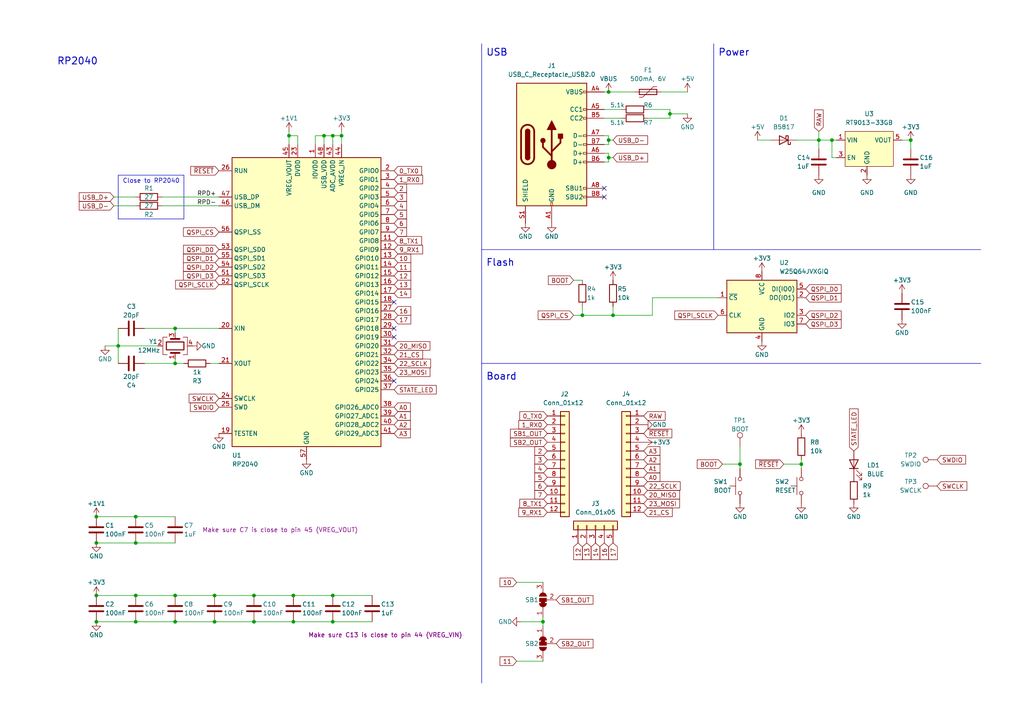
<source format=kicad_sch>
(kicad_sch (version 20230121) (generator eeschema)
  (paper "A4")
  (title_block (title "RP Micro") (date "2022-12-07") (rev "1.1") (comment 1 "MIT License (Open source hardware)") (comment 2 "https://github.com/ziteh/rp-micro"))
  (lib_symbols
    (symbol "Connector:TestPoint" (pin_numbers hide) (pin_names (offset 0.762) hide)
      (property "Reference" "TP" (at 0 6.858 0))
      (property "Value" "TestPoint" (at 0 5.08 0))
      (symbol "TestPoint_1_1"
        (pin passive line (at 0 0 90) (length 2.54) (name "1") (number "1"))
      )
    )
    (symbol "Connector:USB_C_Receptacle_USB2.0" (pin_names (offset 1.016))
      (property "Reference" "J" (at -10.16 19.05 0))
      (property "Value" "USB_C_Receptacle_USB2.0" (at 19.05 19.05 0))
      (symbol "USB_C_Receptacle_USB2.0_1_1"
        (pin passive line (at 0 -22.86 90) (length 5.08) (name "GND") (number "A1"))
        (pin passive line (at 0 -22.86 90) (length 5.08) hide (name "GND") (number "A12"))
        (pin passive line (at 15.24 15.24 180) (length 5.08) (name "VBUS") (number "A4"))
        (pin bidirectional line (at 15.24 10.16 180) (length 5.08) (name "CC1") (number "A5"))
        (pin bidirectional line (at 15.24 -2.54 180) (length 5.08) (name "D+") (number "A6"))
        (pin bidirectional line (at 15.24 2.54 180) (length 5.08) (name "D-") (number "A7"))
        (pin bidirectional line (at 15.24 -12.7 180) (length 5.08) (name "SBU1") (number "A8"))
        (pin passive line (at 15.24 15.24 180) (length 5.08) hide (name "VBUS") (number "A9"))
        (pin passive line (at 0 -22.86 90) (length 5.08) hide (name "GND") (number "B1"))
        (pin passive line (at 0 -22.86 90) (length 5.08) hide (name "GND") (number "B12"))
        (pin passive line (at 15.24 15.24 180) (length 5.08) hide (name "VBUS") (number "B4"))
        (pin bidirectional line (at 15.24 7.62 180) (length 5.08) (name "CC2") (number "B5"))
        (pin bidirectional line (at 15.24 -5.08 180) (length 5.08) (name "D+") (number "B6"))
        (pin bidirectional line (at 15.24 0 180) (length 5.08) (name "D-") (number "B7"))
        (pin bidirectional line (at 15.24 -15.24 180) (length 5.08) (name "SBU2") (number "B8"))
        (pin passive line (at 15.24 15.24 180) (length 5.08) hide (name "VBUS") (number "B9"))
        (pin passive line (at -7.62 -22.86 90) (length 5.08) (name "SHIELD") (number "S1"))
      )
    )
    (symbol "Connector_Generic:Conn_01x05" (pin_names (offset 1.016) hide)
      (property "Reference" "J" (at 0 7.62 0))
      (property "Value" "Conn_01x05" (at 0 -7.62 0))
      (symbol "Conn_01x05_1_1"
        (pin passive line (at -5.08 5.08 0) (length 3.81) (name "Pin_1") (number "1"))
        (pin passive line (at -5.08 2.54 0) (length 3.81) (name "Pin_2") (number "2"))
        (pin passive line (at -5.08 0 0) (length 3.81) (name "Pin_3") (number "3"))
        (pin passive line (at -5.08 -2.54 0) (length 3.81) (name "Pin_4") (number "4"))
        (pin passive line (at -5.08 -5.08 0) (length 3.81) (name "Pin_5") (number "5"))
      )
    )
    (symbol "Connector_Generic:Conn_01x12" (pin_names (offset 1.016) hide)
      (property "Reference" "J" (at 0 15.24 0))
      (property "Value" "Conn_01x12" (at 0 -17.78 0))
      (symbol "Conn_01x12_1_1"
        (pin passive line (at -5.08 12.7 0) (length 3.81) (name "Pin_1") (number "1"))
        (pin passive line (at -5.08 -10.16 0) (length 3.81) (name "Pin_10") (number "10"))
        (pin passive line (at -5.08 -12.7 0) (length 3.81) (name "Pin_11") (number "11"))
        (pin passive line (at -5.08 -15.24 0) (length 3.81) (name "Pin_12") (number "12"))
        (pin passive line (at -5.08 10.16 0) (length 3.81) (name "Pin_2") (number "2"))
        (pin passive line (at -5.08 7.62 0) (length 3.81) (name "Pin_3") (number "3"))
        (pin passive line (at -5.08 5.08 0) (length 3.81) (name "Pin_4") (number "4"))
        (pin passive line (at -5.08 2.54 0) (length 3.81) (name "Pin_5") (number "5"))
        (pin passive line (at -5.08 0 0) (length 3.81) (name "Pin_6") (number "6"))
        (pin passive line (at -5.08 -2.54 0) (length 3.81) (name "Pin_7") (number "7"))
        (pin passive line (at -5.08 -5.08 0) (length 3.81) (name "Pin_8") (number "8"))
        (pin passive line (at -5.08 -7.62 0) (length 3.81) (name "Pin_9") (number "9"))
      )
    )
    (symbol "Device:C" (pin_numbers hide) (pin_names (offset 0.254))
      (property "Reference" "C" (at 0.635 2.54 0))
      (property "Value" "C" (at 0.635 -2.54 0))
      (symbol "C_1_1"
        (pin passive line (at 0 3.81 270) (length 2.794) (name "~") (number "1"))
        (pin passive line (at 0 -3.81 90) (length 2.794) (name "~") (number "2"))
      )
    )
    (symbol "Device:Crystal_GND24" (pin_names (offset 1.016) hide)
      (property "Reference" "Y" (at 3.175 5.08 0))
      (property "Value" "Crystal_GND24" (at 3.175 3.175 0))
      (symbol "Crystal_GND24_1_1"
        (pin passive line (at -3.81 0 0) (length 1.27) (name "1") (number "1"))
        (pin passive line (at 0 5.08 270) (length 1.27) (name "2") (number "2"))
        (pin passive line (at 3.81 0 180) (length 1.27) (name "3") (number "3"))
        (pin passive line (at 0 -5.08 90) (length 1.27) (name "4") (number "4"))
      )
    )
    (symbol "Device:LED" (pin_numbers hide) (pin_names (offset 1.016) hide)
      (property "Reference" "D" (at 0 2.54 0))
      (property "Value" "LED" (at 0 -2.54 0))
      (symbol "LED_1_1"
        (pin passive line (at -3.81 0 0) (length 2.54) (name "K") (number "1"))
        (pin passive line (at 3.81 0 180) (length 2.54) (name "A") (number "2"))
      )
    )
    (symbol "Device:Polyfuse" (pin_numbers hide) (pin_names (offset 0))
      (property "Reference" "F" (at -2.54 0 90))
      (property "Value" "Polyfuse" (at 2.54 0 90))
      (symbol "Polyfuse_1_1"
        (pin passive line (at 0 3.81 270) (length 1.27) (name "~") (number "1"))
        (pin passive line (at 0 -3.81 90) (length 1.27) (name "~") (number "2"))
      )
    )
    (symbol "Device:R" (pin_numbers hide) (pin_names (offset 0))
      (property "Reference" "R" (at 2.032 0 90))
      (property "Value" "R" (at 0 0 90))
      (symbol "R_1_1"
        (pin passive line (at 0 3.81 270) (length 1.27) (name "~") (number "1"))
        (pin passive line (at 0 -3.81 90) (length 1.27) (name "~") (number "2"))
      )
    )
    (symbol "Diode:1N5819" (pin_numbers hide) (pin_names (offset 1.016) hide)
      (property "Reference" "D" (at 0 2.54 0))
      (property "Value" "1N5819" (at 0 -2.54 0))
      (symbol "1N5819_1_1"
        (pin passive line (at -3.81 0 0) (length 2.54) (name "K") (number "1"))
        (pin passive line (at 3.81 0 180) (length 2.54) (name "A") (number "2"))
      )
    )
    (symbol "Jumper:SolderJumper_3_Bridged12" (pin_names (offset 0) hide)
      (property "Reference" "JP" (at -2.54 -2.54 0))
      (property "Value" "SolderJumper_3_Bridged12" (at 0 2.794 0))
      (symbol "SolderJumper_3_Bridged12_1_1"
        (pin passive line (at -5.08 0 0) (length 2.54) (name "A") (number "1"))
        (pin passive line (at 0 -3.81 90) (length 2.54) (name "C") (number "2"))
        (pin passive line (at 5.08 0 180) (length 2.54) (name "B") (number "3"))
      )
    )
    (symbol "MCU_RaspberryPi:RP2040"
      (property "Reference" "U" (at 17.78 45.72 0))
      (property "Value" "RP2040" (at 17.78 43.18 0))
      (symbol "RP2040_1_1"
        (pin power_in line (at 2.54 45.72 270) (length 3.81) (name "IOVDD") (number "1"))
        (pin passive line (at 2.54 45.72 270) (length 3.81) hide (name "IOVDD") (number "10"))
        (pin bidirectional line (at 25.4 17.78 180) (length 3.81) (name "GPIO8") (number "11"))
        (pin bidirectional line (at 25.4 15.24 180) (length 3.81) (name "GPIO9") (number "12"))
        (pin bidirectional line (at 25.4 12.7 180) (length 3.81) (name "GPIO10") (number "13"))
        (pin bidirectional line (at 25.4 10.16 180) (length 3.81) (name "GPIO11") (number "14"))
        (pin bidirectional line (at 25.4 7.62 180) (length 3.81) (name "GPIO12") (number "15"))
        (pin bidirectional line (at 25.4 5.08 180) (length 3.81) (name "GPIO13") (number "16"))
        (pin bidirectional line (at 25.4 2.54 180) (length 3.81) (name "GPIO14") (number "17"))
        (pin bidirectional line (at 25.4 0 180) (length 3.81) (name "GPIO15") (number "18"))
        (pin input line (at -25.4 -38.1 0) (length 3.81) (name "TESTEN") (number "19"))
        (pin bidirectional line (at 25.4 38.1 180) (length 3.81) (name "GPIO0") (number "2"))
        (pin input line (at -25.4 -7.62 0) (length 3.81) (name "XIN") (number "20"))
        (pin passive line (at -25.4 -17.78 0) (length 3.81) (name "XOUT") (number "21"))
        (pin passive line (at 2.54 45.72 270) (length 3.81) hide (name "IOVDD") (number "22"))
        (pin power_in line (at -2.54 45.72 270) (length 3.81) (name "DVDD") (number "23"))
        (pin output line (at -25.4 -27.94 0) (length 3.81) (name "SWCLK") (number "24"))
        (pin bidirectional line (at -25.4 -30.48 0) (length 3.81) (name "SWD") (number "25"))
        (pin input line (at -25.4 38.1 0) (length 3.81) (name "RUN") (number "26"))
        (pin bidirectional line (at 25.4 -2.54 180) (length 3.81) (name "GPIO16") (number "27"))
        (pin bidirectional line (at 25.4 -5.08 180) (length 3.81) (name "GPIO17") (number "28"))
        (pin bidirectional line (at 25.4 -7.62 180) (length 3.81) (name "GPIO18") (number "29"))
        (pin bidirectional line (at 25.4 35.56 180) (length 3.81) (name "GPIO1") (number "3"))
        (pin bidirectional line (at 25.4 -10.16 180) (length 3.81) (name "GPIO19") (number "30"))
        (pin bidirectional line (at 25.4 -12.7 180) (length 3.81) (name "GPIO20") (number "31"))
        (pin bidirectional line (at 25.4 -15.24 180) (length 3.81) (name "GPIO21") (number "32"))
        (pin passive line (at 2.54 45.72 270) (length 3.81) hide (name "IOVDD") (number "33"))
        (pin bidirectional line (at 25.4 -17.78 180) (length 3.81) (name "GPIO22") (number "34"))
        (pin bidirectional line (at 25.4 -20.32 180) (length 3.81) (name "GPIO23") (number "35"))
        (pin bidirectional line (at 25.4 -22.86 180) (length 3.81) (name "GPIO24") (number "36"))
        (pin bidirectional line (at 25.4 -25.4 180) (length 3.81) (name "GPIO25") (number "37"))
        (pin bidirectional line (at 25.4 -30.48 180) (length 3.81) (name "GPIO26_ADC0") (number "38"))
        (pin bidirectional line (at 25.4 -33.02 180) (length 3.81) (name "GPIO27_ADC1") (number "39"))
        (pin bidirectional line (at 25.4 33.02 180) (length 3.81) (name "GPIO2") (number "4"))
        (pin bidirectional line (at 25.4 -35.56 180) (length 3.81) (name "GPIO28_ADC2") (number "40"))
        (pin bidirectional line (at 25.4 -38.1 180) (length 3.81) (name "GPIO29_ADC3") (number "41"))
        (pin passive line (at 2.54 45.72 270) (length 3.81) hide (name "IOVDD") (number "42"))
        (pin power_in line (at 7.62 45.72 270) (length 3.81) (name "ADC_AVDD") (number "43"))
        (pin power_in line (at 10.16 45.72 270) (length 3.81) (name "VREG_IN") (number "44"))
        (pin power_out line (at -5.08 45.72 270) (length 3.81) (name "VREG_VOUT") (number "45"))
        (pin bidirectional line (at -25.4 27.94 0) (length 3.81) (name "USB_DM") (number "46"))
        (pin bidirectional line (at -25.4 30.48 0) (length 3.81) (name "USB_DP") (number "47"))
        (pin power_in line (at 5.08 45.72 270) (length 3.81) (name "USB_VDD") (number "48"))
        (pin passive line (at 2.54 45.72 270) (length 3.81) hide (name "IOVDD") (number "49"))
        (pin bidirectional line (at 25.4 30.48 180) (length 3.81) (name "GPIO3") (number "5"))
        (pin passive line (at -2.54 45.72 270) (length 3.81) hide (name "DVDD") (number "50"))
        (pin bidirectional line (at -25.4 7.62 0) (length 3.81) (name "QSPI_SD3") (number "51"))
        (pin output line (at -25.4 5.08 0) (length 3.81) (name "QSPI_SCLK") (number "52"))
        (pin bidirectional line (at -25.4 15.24 0) (length 3.81) (name "QSPI_SD0") (number "53"))
        (pin bidirectional line (at -25.4 10.16 0) (length 3.81) (name "QSPI_SD2") (number "54"))
        (pin bidirectional line (at -25.4 12.7 0) (length 3.81) (name "QSPI_SD1") (number "55"))
        (pin bidirectional line (at -25.4 20.32 0) (length 3.81) (name "QSPI_SS") (number "56"))
        (pin power_in line (at 0 -45.72 90) (length 3.81) (name "GND") (number "57"))
        (pin bidirectional line (at 25.4 27.94 180) (length 3.81) (name "GPIO4") (number "6"))
        (pin bidirectional line (at 25.4 25.4 180) (length 3.81) (name "GPIO5") (number "7"))
        (pin bidirectional line (at 25.4 22.86 180) (length 3.81) (name "GPIO6") (number "8"))
        (pin bidirectional line (at 25.4 20.32 180) (length 3.81) (name "GPIO7") (number "9"))
      )
    )
    (symbol "SW_Push_1" (pin_numbers hide) (pin_names (offset 1.016) hide)
      (property "Reference" "SW1" (at -7.62 1.27 90))
      (property "Value" "BOOT" (at -7.62 -1.27 90))
      (symbol "SW_Push_1_0_1"
        (pin passive line (at -5.08 0 0) (length 2.54) (name "1") (number "1"))
        (pin passive line (at 5.08 0 180) (length 2.54) (name "2") (number "2"))
      )
    )
    (symbol "Switch:SW_Push" (pin_numbers hide) (pin_names (offset 1.016) hide)
      (property "Reference" "SW2" (at -8.89 1.27 90))
      (property "Value" "RESET" (at -8.89 -1.27 90))
      (symbol "SW_Push_0_1"
        (pin passive line (at -5.08 0 0) (length 2.54) (name "1") (number "1"))
        (pin passive line (at 5.08 0 180) (length 2.54) (name "2") (number "2"))
      )
    )
    (symbol "power:+1V1" (power) (pin_names (offset 0))
      (property "Value" "+1V1" (at 0 3.556 0))
      (symbol "+1V1_1_1"
        (pin power_in line (at 0 0 90) (length 0) hide (name "+1V1") (number "1"))
      )
    )
    (symbol "power:+3V3" (power) (pin_names (offset 0))
      (property "Value" "+3V3" (at 0 3.556 0))
      (symbol "+3V3_1_1"
        (pin power_in line (at 0 0 90) (length 0) hide (name "+3V3") (number "1"))
      )
    )
    (symbol "power:+5V" (power) (pin_names (offset 0))
      (property "Value" "+5V" (at 0 3.556 0))
      (symbol "+5V_1_1"
        (pin power_in line (at 0 0 90) (length 0) hide (name "+5V") (number "1"))
      )
    )
    (symbol "power:GND" (power) (pin_names (offset 0))
      (property "Value" "GND" (at 0 -3.81 0))
      (symbol "GND_1_1"
        (pin power_in line (at 0 0 270) (length 0) hide (name "GND") (number "1"))
      )
    )
    (symbol "power:VBUS" (power) (pin_names (offset 0))
      (property "Value" "VBUS" (at 0 3.81 0))
      (symbol "VBUS_1_1"
        (pin power_in line (at 0 0 90) (length 0) hide (name "VBUS") (number "1"))
      )
    )
    (symbol "rp-micro:RT9013-33GB"
      (property "Reference" "U?" (at 0 8.89 0))
      (property "Value" "RT9013-33GB" (at 0 6.35 0))
      (symbol "RT9013-33GB_0_0"
        (pin no_connect non_logic (at 10.16 -2.54 180) (length 2.54) hide (name "NC") (number "4"))
      )
      (symbol "RT9013-33GB_1_1"
        (pin power_in line (at -8.89 2.54 0) (length 2.54) (name "VIN") (number "1"))
        (pin power_in line (at 0 -7.62 90) (length 2.54) (name "GND") (number "2"))
        (pin input line (at -8.89 -2.54 0) (length 2.54) (name "EN") (number "3"))
        (pin power_out line (at 10.16 2.54 180) (length 2.54) (name "VOUT") (number "5"))
      )
    )
    (symbol "rp-micro:W25Q64JVXGIQ"
      (property "Reference" "U" (at 5.08 12.7 0))
      (property "Value" "W25Q64JVXGIQ" (at 11.43 10.16 0))
      (symbol "W25Q64JVXGIQ_0_0"
        (pin no_connect non_logic (at 2.54 -10.16 90) (length 2.54) hide (name "NC") (number "9"))
      )
      (symbol "W25Q64JVXGIQ_1_1"
        (pin input line (at -12.7 2.54 0) (length 2.54) (name "~{CS}") (number "1"))
        (pin bidirectional line (at 12.7 2.54 180) (length 2.54) (name "DO(IO1)") (number "2"))
        (pin bidirectional line (at 12.7 -2.54 180) (length 2.54) (name "IO2") (number "3"))
        (pin power_in line (at 0 -10.16 90) (length 2.54) (name "GND") (number "4"))
        (pin bidirectional line (at 12.7 5.08 180) (length 2.54) (name "DI(IO0)") (number "5"))
        (pin input line (at -12.7 -2.54 0) (length 2.54) (name "CLK") (number "6"))
        (pin bidirectional line (at 12.7 -5.08 180) (length 2.54) (name "IO3") (number "7"))
        (pin power_in line (at 0 10.16 270) (length 2.54) (name "VCC") (number "8"))
      )
    )
  )
  (junction (at 62.23 172.72))
  (junction (at 176.53 45.72))
  (junction (at 50.8 105.41))
  (junction (at 62.23 180.34))
  (junction (at 27.94 149.86))
  (junction (at 241.3 40.64))
  (junction (at 237.49 40.64))
  (junction (at 73.66 172.72))
  (junction (at 264.16 40.64))
  (junction (at 85.09 172.72))
  (junction (at 39.37 172.72))
  (junction (at 214.63 134.62))
  (junction (at 93.98 39.37))
  (junction (at 50.8 172.72))
  (junction (at 73.66 180.34))
  (junction (at 177.8 91.44))
  (junction (at 96.52 180.34))
  (junction (at 194.31 33.02))
  (junction (at 176.53 26.67))
  (junction (at 50.8 95.25))
  (junction (at 96.52 39.37))
  (junction (at 50.8 180.34))
  (junction (at 176.53 40.64))
  (junction (at 34.29 100.33))
  (junction (at 27.94 157.48))
  (junction (at 27.94 172.72))
  (junction (at 157.48 180.34))
  (junction (at 39.37 149.86))
  (junction (at 39.37 157.48))
  (junction (at 83.82 39.37))
  (junction (at 96.52 172.72))
  (junction (at 27.94 180.34))
  (junction (at 232.41 134.62))
  (junction (at 99.06 39.37))
  (junction (at 85.09 180.34))
  (junction (at 39.37 180.34))
  (junction (at 168.91 91.44))
  (no_connect (at 114.3 97.79))
  (no_connect (at 114.3 110.49))
  (no_connect (at 114.3 95.25))
  (no_connect (at 114.3 87.63))
  (no_connect (at 175.26 57.15))
  (no_connect (at 175.26 54.61))
  (wire (pts (xy 219.71 40.64) (xy 223.52 40.64)))
  (wire (pts (xy 176.53 39.37) (xy 176.53 40.64)))
  (wire (pts (xy 50.8 172.72) (xy 62.23 172.72)))
  (wire (pts (xy 194.31 33.02) (xy 199.39 33.02)))
  (wire (pts (xy 39.37 172.72) (xy 50.8 172.72)))
  (wire (pts (xy 96.52 172.72) (xy 107.95 172.72)))
  (polyline (pts (xy 139.7 105.41) (xy 284.48 105.41)))
  (wire (pts (xy 27.94 149.86) (xy 39.37 149.86)))
  (wire (pts (xy 264.16 40.64) (xy 264.16 43.18)))
  (polyline (pts (xy 34.29 63.5) (xy 53.34 63.5)))
  (wire (pts (xy 168.91 88.9) (xy 168.91 91.44)))
  (wire (pts (xy 27.94 157.48) (xy 39.37 157.48)))
  (wire (pts (xy 189.23 91.44) (xy 189.23 86.36)))
  (wire (pts (xy 34.29 100.33) (xy 34.29 105.41)))
  (wire (pts (xy 91.44 39.37) (xy 91.44 41.91)))
  (wire (pts (xy 194.31 31.75) (xy 187.96 31.75)))
  (wire (pts (xy 241.3 40.64) (xy 242.57 40.64)))
  (wire (pts (xy 96.52 180.34) (xy 107.95 180.34)))
  (wire (pts (xy 83.82 39.37) (xy 83.82 41.91)))
  (wire (pts (xy 62.23 180.34) (xy 73.66 180.34)))
  (wire (pts (xy 176.53 40.64) (xy 177.8 40.64)))
  (wire (pts (xy 99.06 38.1) (xy 99.06 39.37)))
  (wire (pts (xy 39.37 157.48) (xy 50.8 157.48)))
  (wire (pts (xy 46.99 57.15) (xy 63.5 57.15)))
  (wire (pts (xy 176.53 26.67) (xy 175.26 26.67)))
  (wire (pts (xy 85.09 172.72) (xy 96.52 172.72)))
  (wire (pts (xy 149.86 191.77) (xy 157.48 191.77)))
  (wire (pts (xy 237.49 40.64) (xy 241.3 40.64)))
  (wire (pts (xy 176.53 45.72) (xy 177.8 45.72)))
  (polyline (pts (xy 139.7 72.39) (xy 284.48 72.39)))
  (wire (pts (xy 157.48 179.07) (xy 157.48 180.34)))
  (wire (pts (xy 194.31 33.02) (xy 194.31 34.29)))
  (wire (pts (xy 73.66 180.34) (xy 85.09 180.34)))
  (wire (pts (xy 91.44 39.37) (xy 93.98 39.37)))
  (wire (pts (xy 99.06 39.37) (xy 96.52 39.37)))
  (wire (pts (xy 27.94 172.72) (xy 39.37 172.72)))
  (wire (pts (xy 50.8 105.41) (xy 53.34 105.41)))
  (wire (pts (xy 34.29 100.33) (xy 45.72 100.33)))
  (wire (pts (xy 41.91 105.41) (xy 50.8 105.41)))
  (wire (pts (xy 168.91 91.44) (xy 177.8 91.44)))
  (wire (pts (xy 176.53 44.45) (xy 176.53 45.72)))
  (wire (pts (xy 261.62 40.64) (xy 264.16 40.64)))
  (wire (pts (xy 93.98 39.37) (xy 96.52 39.37)))
  (wire (pts (xy 151.13 180.34) (xy 157.48 180.34)))
  (wire (pts (xy 50.8 104.14) (xy 50.8 105.41)))
  (wire (pts (xy 232.41 134.62) (xy 232.41 133.35)))
  (wire (pts (xy 166.37 81.28) (xy 168.91 81.28)))
  (wire (pts (xy 50.8 180.34) (xy 62.23 180.34)))
  (wire (pts (xy 39.37 149.86) (xy 50.8 149.86)))
  (wire (pts (xy 232.41 135.89) (xy 232.41 134.62)))
  (wire (pts (xy 27.94 180.34) (xy 39.37 180.34)))
  (wire (pts (xy 73.66 172.72) (xy 85.09 172.72)))
  (wire (pts (xy 96.52 39.37) (xy 96.52 41.91)))
  (wire (pts (xy 149.86 168.91) (xy 157.48 168.91)))
  (wire (pts (xy 237.49 40.64) (xy 237.49 43.18)))
  (wire (pts (xy 33.02 59.69) (xy 39.37 59.69)))
  (wire (pts (xy 157.48 181.61) (xy 157.48 180.34)))
  (wire (pts (xy 189.23 86.36) (xy 208.28 86.36)))
  (wire (pts (xy 60.96 105.41) (xy 63.5 105.41)))
  (wire (pts (xy 209.55 134.62) (xy 214.63 134.62)))
  (wire (pts (xy 175.26 44.45) (xy 176.53 44.45)))
  (wire (pts (xy 175.26 34.29) (xy 180.34 34.29)))
  (wire (pts (xy 194.31 31.75) (xy 194.31 33.02)))
  (wire (pts (xy 227.33 134.62) (xy 232.41 134.62)))
  (wire (pts (xy 176.53 40.64) (xy 176.53 41.91)))
  (wire (pts (xy 39.37 180.34) (xy 50.8 180.34)))
  (wire (pts (xy 99.06 41.91) (xy 99.06 39.37)))
  (wire (pts (xy 30.48 100.33) (xy 34.29 100.33)))
  (wire (pts (xy 231.14 40.64) (xy 237.49 40.64)))
  (wire (pts (xy 86.36 39.37) (xy 86.36 41.91)))
  (wire (pts (xy 83.82 38.1) (xy 83.82 39.37)))
  (wire (pts (xy 180.34 31.75) (xy 175.26 31.75)))
  (wire (pts (xy 83.82 39.37) (xy 86.36 39.37)))
  (wire (pts (xy 166.37 91.44) (xy 168.91 91.44)))
  (wire (pts (xy 50.8 95.25) (xy 63.5 95.25)))
  (wire (pts (xy 85.09 180.34) (xy 96.52 180.34)))
  (wire (pts (xy 46.99 59.69) (xy 63.5 59.69)))
  (wire (pts (xy 34.29 95.25) (xy 34.29 100.33)))
  (polyline (pts (xy 34.29 50.8) (xy 34.29 63.5)))
  (wire (pts (xy 177.8 88.9) (xy 177.8 91.44)))
  (wire (pts (xy 176.53 41.91) (xy 175.26 41.91)))
  (wire (pts (xy 199.39 26.67) (xy 191.77 26.67)))
  (wire (pts (xy 184.15 26.67) (xy 176.53 26.67)))
  (wire (pts (xy 176.53 45.72) (xy 176.53 46.99)))
  (wire (pts (xy 175.26 46.99) (xy 176.53 46.99)))
  (wire (pts (xy 175.26 39.37) (xy 176.53 39.37)))
  (wire (pts (xy 62.23 172.72) (xy 73.66 172.72)))
  (polyline (pts (xy 53.34 50.8) (xy 34.29 50.8)))
  (wire (pts (xy 33.02 57.15) (xy 39.37 57.15)))
  (wire (pts (xy 177.8 91.44) (xy 189.23 91.44)))
  (wire (pts (xy 214.63 134.62) (xy 214.63 135.89)))
  (polyline (pts (xy 207.01 12.7) (xy 207.01 72.39)))
  (wire (pts (xy 237.49 38.1) (xy 237.49 40.64)))
  (wire (pts (xy 241.3 45.72) (xy 241.3 40.64)))
  (wire (pts (xy 242.57 45.72) (xy 241.3 45.72)))
  (wire (pts (xy 50.8 95.25) (xy 50.8 96.52)))
  (wire (pts (xy 194.31 34.29) (xy 187.96 34.29)))
  (polyline (pts (xy 53.34 63.5) (xy 53.34 50.8)))
  (polyline (pts (xy 139.7 12.7) (xy 139.7 198.12)))
  (wire (pts (xy 41.91 95.25) (xy 50.8 95.25)))
  (wire (pts (xy 214.63 129.54) (xy 214.63 134.62)))
  (wire (pts (xy 93.98 39.37) (xy 93.98 41.91)))
  (text "Flash" (at 140.97 77.47 0) (effects (font (size 2 2) (thickness 0.254) bold) (justify left bottom)))
  (text "Close to RP2040" (at 35.56 53.34 0) (effects (font (size 1.27 1.27)) (justify left bottom)))
  (text "Power" (at 208.28 16.51 0) (effects (font (size 2 2) (thickness 0.254) bold) (justify left bottom)))
  (text "RP2040" (at 16.51 19.05 0) (effects (font (size 2 2) (thickness 0.254) bold) (justify left bottom)))
  (text "USB" (at 140.97 16.51 0) (effects (font (size 2 2) (thickness 0.254) bold) (justify left bottom)))
  (text "Board" (at 140.97 110.49 0) (effects (font (size 2 2) (thickness 0.254) bold) (justify left bottom)))
  (label "RPD-" (at 57.15 59.69 0))
  (label "RPD+" (at 57.15 57.15 0))
  (global_label "QSPI_D2" (shape input) (at 233.68 91.44 0) (property "Intersheetrefs" "${INTERSHEET_REFS}" (effects hide)))
  (global_label "QSPI_D3" (shape input) (at 63.5 80.01 180) (property "Intersheetrefs" "${INTERSHEET_REFS}" (effects hide)))
  (global_label "9_RX1" (shape input) (at 114.3 72.39 0) (property "Intersheetrefs" "${INTERSHEET_REFS}" (effects hide)))
  (global_label "1_RX0" (shape input) (at 158.75 123.19 180) (property "Intersheetrefs" "${INTERSHEET_REFS}" (effects hide)))
  (global_label "1_RX0" (shape input) (at 114.3 52.07 0) (property "Intersheetrefs" "${INTERSHEET_REFS}" (effects hide)))
  (global_label "13" (shape input) (at 114.3 82.55 0) (property "Intersheetrefs" "${INTERSHEET_REFS}" (effects hide)))
  (global_label "20_MISO" (shape input) (at 114.3 100.33 0) (property "Intersheetrefs" "${INTERSHEET_REFS}" (effects hide)))
  (global_label "QSPI_D1" (shape input) (at 233.68 86.36 0) (property "Intersheetrefs" "${INTERSHEET_REFS}" (effects hide)))
  (global_label "A3" (shape input) (at 186.69 130.81 0) (property "Intersheetrefs" "${INTERSHEET_REFS}" (effects hide)))
  (global_label "2" (shape input) (at 158.75 130.81 180) (property "Intersheetrefs" "${INTERSHEET_REFS}" (effects hide)))
  (global_label "21_CS" (shape input) (at 186.69 148.59 0) (property "Intersheetrefs" "${INTERSHEET_REFS}" (effects hide)))
  (global_label "4" (shape input) (at 114.3 59.69 0) (property "Intersheetrefs" "${INTERSHEET_REFS}" (effects hide)))
  (global_label "21_CS" (shape input) (at 114.3 102.87 0) (property "Intersheetrefs" "${INTERSHEET_REFS}" (effects hide)))
  (global_label "QSPI_D2" (shape input) (at 63.5 77.47 180) (property "Intersheetrefs" "${INTERSHEET_REFS}" (effects hide)))
  (global_label "SB2_OUT" (shape input) (at 158.75 128.27 180) (property "Intersheetrefs" "${INTERSHEET_REFS}" (effects hide)))
  (global_label "A2" (shape input) (at 186.69 133.35 0) (property "Intersheetrefs" "${INTERSHEET_REFS}" (effects hide)))
  (global_label "3" (shape input) (at 158.75 133.35 180) (property "Intersheetrefs" "${INTERSHEET_REFS}" (effects hide)))
  (global_label "14" (shape input) (at 172.72 157.48 270) (property "Intersheetrefs" "${INTERSHEET_REFS}" (effects hide)))
  (global_label "~{RESET}" (shape input) (at 227.33 134.62 180) (property "Intersheetrefs" "${INTERSHEET_REFS}" (effects hide)))
  (global_label "8_TX1" (shape input) (at 158.75 146.05 180) (property "Intersheetrefs" "${INTERSHEET_REFS}" (effects hide)))
  (global_label "10" (shape input) (at 114.3 74.93 0) (property "Intersheetrefs" "${INTERSHEET_REFS}" (effects hide)))
  (global_label "0_TX0" (shape input) (at 114.3 49.53 0) (property "Intersheetrefs" "${INTERSHEET_REFS}" (effects hide)))
  (global_label "14" (shape input) (at 114.3 85.09 0) (property "Intersheetrefs" "${INTERSHEET_REFS}" (effects hide)))
  (global_label "23_MOSI" (shape input) (at 114.3 107.95 0) (property "Intersheetrefs" "${INTERSHEET_REFS}" (effects hide)))
  (global_label "22_SCLK" (shape input) (at 114.3 105.41 0) (property "Intersheetrefs" "${INTERSHEET_REFS}" (effects hide)))
  (global_label "SB1_OUT" (shape input) (at 161.29 173.99 0) (property "Intersheetrefs" "${INTERSHEET_REFS}" (effects hide)))
  (global_label "7" (shape input) (at 114.3 67.31 0) (property "Intersheetrefs" "${INTERSHEET_REFS}" (effects hide)))
  (global_label "3" (shape input) (at 114.3 57.15 0) (property "Intersheetrefs" "${INTERSHEET_REFS}" (effects hide)))
  (global_label "SWCLK" (shape input) (at 63.5 115.57 180) (property "Intersheetrefs" "${INTERSHEET_REFS}" (effects hide)))
  (global_label "12" (shape input) (at 114.3 80.01 0) (property "Intersheetrefs" "${INTERSHEET_REFS}" (effects hide)))
  (global_label "7" (shape input) (at 158.75 143.51 180) (property "Intersheetrefs" "${INTERSHEET_REFS}" (effects hide)))
  (global_label "17" (shape input) (at 114.3 92.71 0) (property "Intersheetrefs" "${INTERSHEET_REFS}" (effects hide)))
  (global_label "USB_D+" (shape input) (at 33.02 57.15 180) (property "Intersheetrefs" "${INTERSHEET_REFS}" (effects hide)))
  (global_label "QSPI_CS" (shape input) (at 63.5 67.31 180) (property "Intersheetrefs" "${INTERSHEET_REFS}" (effects hide)))
  (global_label "16" (shape input) (at 114.3 90.17 0) (property "Intersheetrefs" "${INTERSHEET_REFS}" (effects hide)))
  (global_label "5" (shape input) (at 158.75 138.43 180) (property "Intersheetrefs" "${INTERSHEET_REFS}" (effects hide)))
  (global_label "A2" (shape input) (at 114.3 123.19 0) (property "Intersheetrefs" "${INTERSHEET_REFS}" (effects hide)))
  (global_label "QSPI_SCLK" (shape input) (at 63.5 82.55 180) (property "Intersheetrefs" "${INTERSHEET_REFS}" (effects hide)))
  (global_label "17" (shape input) (at 177.8 157.48 270) (property "Intersheetrefs" "${INTERSHEET_REFS}" (effects hide)))
  (global_label "SB1_OUT" (shape input) (at 158.75 125.73 180) (property "Intersheetrefs" "${INTERSHEET_REFS}" (effects hide)))
  (global_label "A0" (shape input) (at 186.69 138.43 0) (property "Intersheetrefs" "${INTERSHEET_REFS}" (effects hide)))
  (global_label "QSPI_D3" (shape input) (at 233.68 93.98 0) (property "Intersheetrefs" "${INTERSHEET_REFS}" (effects hide)))
  (global_label "8_TX1" (shape input) (at 114.3 69.85 0) (property "Intersheetrefs" "${INTERSHEET_REFS}" (effects hide)))
  (global_label "4" (shape input) (at 158.75 135.89 180) (property "Intersheetrefs" "${INTERSHEET_REFS}" (effects hide)))
  (global_label "~{RESET}" (shape input) (at 186.69 125.73 0) (property "Intersheetrefs" "${INTERSHEET_REFS}" (effects hide)))
  (global_label "BOOT" (shape input) (at 209.55 134.62 180) (property "Intersheetrefs" "${INTERSHEET_REFS}" (effects hide)))
  (global_label "16" (shape input) (at 175.26 157.48 270) (property "Intersheetrefs" "${INTERSHEET_REFS}" (effects hide)))
  (global_label "23_MOSI" (shape input) (at 186.69 146.05 0) (property "Intersheetrefs" "${INTERSHEET_REFS}" (effects hide)))
  (global_label "RAW" (shape input) (at 237.49 38.1 90) (property "Intersheetrefs" "${INTERSHEET_REFS}" (effects hide)))
  (global_label "A1" (shape input) (at 114.3 120.65 0) (property "Intersheetrefs" "${INTERSHEET_REFS}" (effects hide)))
  (global_label "20_MISO" (shape input) (at 186.69 143.51 0) (property "Intersheetrefs" "${INTERSHEET_REFS}" (effects hide)))
  (global_label "11" (shape input) (at 114.3 77.47 0) (property "Intersheetrefs" "${INTERSHEET_REFS}" (effects hide)))
  (global_label "12" (shape input) (at 167.64 157.48 270) (property "Intersheetrefs" "${INTERSHEET_REFS}" (effects hide)))
  (global_label "USB_D-" (shape input) (at 177.8 40.64 0) (property "Intersheetrefs" "${INTERSHEET_REFS}" (effects hide)))
  (global_label "A1" (shape input) (at 186.69 135.89 0) (property "Intersheetrefs" "${INTERSHEET_REFS}" (effects hide)))
  (global_label "STATE_LED" (shape input) (at 114.3 113.03 0) (property "Intersheetrefs" "${INTERSHEET_REFS}" (effects hide)))
  (global_label "SWCLK" (shape input) (at 271.78 140.97 0) (property "Intersheetrefs" "${INTERSHEET_REFS}" (effects hide)))
  (global_label "13" (shape input) (at 170.18 157.48 270) (property "Intersheetrefs" "${INTERSHEET_REFS}" (effects hide)))
  (global_label "BOOT" (shape input) (at 166.37 81.28 180) (property "Intersheetrefs" "${INTERSHEET_REFS}" (effects hide)))
  (global_label "QSPI_D1" (shape input) (at 63.5 74.93 180) (property "Intersheetrefs" "${INTERSHEET_REFS}" (effects hide)))
  (global_label "0_TX0" (shape input) (at 158.75 120.65 180) (property "Intersheetrefs" "${INTERSHEET_REFS}" (effects hide)))
  (global_label "QSPI_SCLK" (shape input) (at 208.28 91.44 180) (property "Intersheetrefs" "${INTERSHEET_REFS}" (effects hide)))
  (global_label "9_RX1" (shape input) (at 158.75 148.59 180) (property "Intersheetrefs" "${INTERSHEET_REFS}" (effects hide)))
  (global_label "QSPI_D0" (shape input) (at 233.68 83.82 0) (property "Intersheetrefs" "${INTERSHEET_REFS}" (effects hide)))
  (global_label "22_SCLK" (shape input) (at 186.69 140.97 0) (property "Intersheetrefs" "${INTERSHEET_REFS}" (effects hide)))
  (global_label "USB_D-" (shape input) (at 33.02 59.69 180) (property "Intersheetrefs" "${INTERSHEET_REFS}" (effects hide)))
  (global_label "SWDIO" (shape input) (at 271.78 133.35 0) (property "Intersheetrefs" "${INTERSHEET_REFS}" (effects hide)))
  (global_label "6" (shape input) (at 114.3 64.77 0) (property "Intersheetrefs" "${INTERSHEET_REFS}" (effects hide)))
  (global_label "6" (shape input) (at 158.75 140.97 180) (property "Intersheetrefs" "${INTERSHEET_REFS}" (effects hide)))
  (global_label "SWDIO" (shape input) (at 63.5 118.11 180) (property "Intersheetrefs" "${INTERSHEET_REFS}" (effects hide)))
  (global_label "A3" (shape input) (at 114.3 125.73 0) (property "Intersheetrefs" "${INTERSHEET_REFS}" (effects hide)))
  (global_label "10" (shape input) (at 149.86 168.91 180) (property "Intersheetrefs" "${INTERSHEET_REFS}" (effects hide)))
  (global_label "11" (shape input) (at 149.86 191.77 180) (property "Intersheetrefs" "${INTERSHEET_REFS}" (effects hide)))
  (global_label "USB_D+" (shape input) (at 177.8 45.72 0) (property "Intersheetrefs" "${INTERSHEET_REFS}" (effects hide)))
  (global_label "QSPI_D0" (shape input) (at 63.5 72.39 180) (property "Intersheetrefs" "${INTERSHEET_REFS}" (effects hide)))
  (global_label "QSPI_CS" (shape input) (at 166.37 91.44 180) (property "Intersheetrefs" "${INTERSHEET_REFS}" (effects hide)))
  (global_label "STATE_LED" (shape input) (at 247.65 130.81 90) (property "Intersheetrefs" "${INTERSHEET_REFS}" (effects hide)))
  (global_label "~{RESET}" (shape input) (at 63.5 49.53 180) (property "Intersheetrefs" "${INTERSHEET_REFS}" (effects hide)))
  (global_label "5" (shape input) (at 114.3 62.23 0) (property "Intersheetrefs" "${INTERSHEET_REFS}" (effects hide)))
  (global_label "SB2_OUT" (shape input) (at 161.29 186.69 0) (property "Intersheetrefs" "${INTERSHEET_REFS}" (effects hide)))
  (global_label "RAW" (shape input) (at 186.69 120.65 0) (property "Intersheetrefs" "${INTERSHEET_REFS}" (effects hide)))
  (global_label "2" (shape input) (at 114.3 54.61 0) (property "Intersheetrefs" "${INTERSHEET_REFS}" (effects hide)))
  (global_label "A0" (shape input) (at 114.3 118.11 0) (property "Intersheetrefs" "${INTERSHEET_REFS}" (effects hide)))
  (symbol (lib_id "Device:R") (at 232.41 129.54 0) (unit 1)
    (property "Reference" "R8" (at 234.95 128.2699 0) (effects (justify left)))
    (property "Value" "10k" (at 234.95 130.8099 0) (effects (justify left)))
    (property "Footprint" "Resistor_SMD:R_0402_1005Metric" (effects hide))
    (property "MFR. Part #" "0402WGF1002TCE " (effects hide))
    (property "JLCPCB Part #" "C25744" (effects hide))
  )
  (symbol (lib_id "Device:Polyfuse") (at 187.96 26.67 90) (unit 1)
    (property "Reference" "F1" (at 187.96 20.32 90))
    (property "Value" "500mA, 6V" (at 187.96 22.86 90))
    (property "Footprint" "Fuse:Fuse_0805_2012Metric" (effects hide))
    (property "MFR. Part #" "SMD0805B050TF" (effects hide))
    (property "JLCPCB Part #" "C269104" (effects hide))
  )
  (symbol (lib_id "Connector_Generic:Conn_01x05") (at 172.72 152.4 90) (unit 1) (in_bom no)
    (property "Reference" "J3" (at 172.72 146.05 90))
    (property "Value" "Conn_01x05" (at 172.72 148.59 90))
    (property "Footprint" "Connector_PinHeader_2.54mm:PinHeader_1x05_P2.54mm_Vertical" (effects hide))
  )
  (symbol (lib_id "Device:R") (at 168.91 85.09 0) (mirror y) (unit 1)
    (property "Reference" "R4" (at 170.18 83.82 0) (effects (justify right)))
    (property "Value" "1k" (at 170.18 86.36 0) (effects (justify right)))
    (property "Footprint" "Resistor_SMD:R_0402_1005Metric" (effects hide))
    (property "MFR. Part #" "0402WGF1001TCE " (effects hide))
    (property "JLCPCB Part #" "C11702" (effects hide))
  )
  (symbol (lib_id "Device:C") (at 107.95 176.53 0) (unit 1)
    (property "Reference" "C13" (at 110.49 175.26 0) (effects (justify left)))
    (property "Value" "1uF" (at 110.49 177.8 0) (effects (justify left)))
    (property "Footprint" "Capacitor_SMD:C_0402_1005Metric" (effects hide))
    (property "JLCPCB Part #" "C52923" (effects hide))
    (property "MFR. Part #" "CL05A105KA5NQNC" (effects hide))
    (property "Note" "Make sure ${REFERENCE} is close to pin 44 (VREG_VIN)" (at 111.76 184.15 0))
  )
  (symbol (lib_id "Connector:TestPoint") (at 214.63 129.54 0) (unit 1) (in_bom no)
    (property "Reference" "TP1" (at 214.63 121.92 0))
    (property "Value" "BOOT" (at 214.63 124.46 0))
    (property "Footprint" "TestPoint:TestPoint_Pad_D2.0mm" (effects hide))
  )
  (symbol (lib_id "Device:C") (at 96.52 176.53 0) (unit 1)
    (property "Reference" "C12" (at 99.06 175.26 0) (effects (justify left)))
    (property "Value" "100nF" (at 99.06 177.8 0) (effects (justify left)))
    (property "Footprint" "Capacitor_SMD:C_0402_1005Metric" (effects hide))
    (property "JLCPCB Part #" "C307331" (effects hide))
    (property "MFR. Part #" "CL05B104KB54PNC " (effects hide))
  )
  (symbol (lib_id "power:GND") (at 232.41 146.05 0) (unit 1)
    (property "Reference" "#PWR026" (effects hide))
    (property "Value" "GND" (at 232.41 149.86 0))
  )
  (symbol (lib_id "power:GND") (at 27.94 157.48 0) (unit 1)
    (property "Reference" "#PWR03" (effects hide))
    (property "Value" "GND" (at 27.94 161.29 0))
  )
  (symbol (lib_id "power:+3V3") (at 220.98 78.74 0) (unit 1)
    (property "Reference" "#PWR022" (effects hide))
    (property "Value" "+3V3" (at 220.98 74.93 0))
  )
  (symbol (lib_id "power:GND") (at 160.02 64.77 0) (unit 1)
    (property "Reference" "#PWR013" (effects hide))
    (property "Value" "GND" (at 160.02 68.58 0))
  )
  (symbol (lib_id "power:GND") (at 186.69 123.19 90) (unit 1)
    (property "Reference" "#PWR016" (effects hide))
    (property "Value" "GND" (at 189.23 123.19 90) (effects (justify right)))
  )
  (symbol (lib_id "Device:C") (at 73.66 176.53 0) (unit 1)
    (property "Reference" "C10" (at 76.2 175.26 0) (effects (justify left)))
    (property "Value" "100nF" (at 76.2 177.8 0) (effects (justify left)))
    (property "Footprint" "Capacitor_SMD:C_0402_1005Metric" (effects hide))
    (property "JLCPCB Part #" "C307331" (effects hide))
    (property "MFR. Part #" "CL05B104KB54PNC " (effects hide))
  )
  (symbol (lib_id "Device:C") (at 85.09 176.53 0) (unit 1)
    (property "Reference" "C11" (at 87.63 175.26 0) (effects (justify left)))
    (property "Value" "100nF" (at 87.63 177.8 0) (effects (justify left)))
    (property "Footprint" "Capacitor_SMD:C_0402_1005Metric" (effects hide))
    (property "JLCPCB Part #" "C307331" (effects hide))
    (property "MFR. Part #" "CL05B104KB54PNC " (effects hide))
  )
  (symbol (lib_id "power:VBUS") (at 176.53 26.67 0) (unit 1)
    (property "Reference" "#PWR014" (effects hide))
    (property "Value" "VBUS" (at 176.53 22.86 0))
  )
  (symbol (lib_id "Device:Crystal_GND24") (at 50.8 100.33 90) (unit 1)
    (property "Reference" "Y1" (at 44.45 99.06 90))
    (property "Value" "12MHz" (at 43.18 101.6 90))
    (property "Footprint" "Crystal:Crystal_SMD_3225-4Pin_3.2x2.5mm" (effects hide))
    (property "MFR. Part #" "X322512MSB4SI" (effects hide))
    (property "JLCPCB Part #" "C9002" (effects hide))
  )
  (symbol (lib_id "power:+3V3") (at 27.94 172.72 0) (unit 1)
    (property "Reference" "#PWR04" (effects hide))
    (property "Value" "+3V3" (at 27.94 168.91 0))
  )
  (symbol (lib_id "power:GND") (at 214.63 146.05 0) (unit 1)
    (property "Reference" "#PWR020" (effects hide))
    (property "Value" "GND" (at 214.63 149.86 0))
  )
  (symbol (lib_id "power:GND") (at 88.9 133.35 0) (unit 1)
    (property "Reference" "#PWR09" (effects hide))
    (property "Value" "GND" (at 88.9 137.16 0))
  )
  (symbol (lib_id "power:GND") (at 237.49 50.8 0) (unit 1)
    (property "Reference" "#PWR024" (effects hide))
    (property "Value" "GND" (at 237.49 55.88 0))
  )
  (symbol (lib_id "Device:C") (at 27.94 153.67 0) (unit 1)
    (property "Reference" "C1" (at 30.48 152.4 0) (effects (justify left)))
    (property "Value" "100nF" (at 30.48 154.94 0) (effects (justify left)))
    (property "Footprint" "Capacitor_SMD:C_0402_1005Metric" (effects hide))
    (property "JLCPCB Part #" "C307331" (effects hide))
    (property "MFR. Part #" "CL05B104KB54PNC " (effects hide))
  )
  (symbol (lib_id "MCU_RaspberryPi:RP2040") (at 88.9 87.63 0) (unit 1)
    (property "Reference" "U1" (at 67.31 132.08 0) (effects (justify left)))
    (property "Value" "RP2040" (at 67.31 134.62 0) (effects (justify left)))
    (property "Footprint" "Package_DFN_QFN:QFN-56-1EP_7x7mm_P0.4mm_EP3.2x3.2mm" (effects hide))
    (property "Datasheet" "https://datasheets.raspberrypi.com/rp2040/rp2040-datasheet.pdf" (effects hide))
    (property "MFR. Part #" "RP2040" (effects hide))
    (property "JLCPCB Part #" "C2040" (effects hide))
  )
  (symbol (lib_id "power:GND") (at 151.13 180.34 270) (mirror x) (unit 1)
    (property "Reference" "#PWR011" (effects hide))
    (property "Value" "GND" (at 148.59 180.34 90) (effects (justify right)))
  )
  (symbol (lib_id "Device:C") (at 38.1 105.41 90) (unit 1)
    (property "Reference" "C4" (at 38.1 111.76 90))
    (property "Value" "20pF" (at 38.1 109.22 90))
    (property "Footprint" "Capacitor_SMD:C_0402_1005Metric" (effects hide))
    (property "JLCPCB Part #" "C1554" (effects hide))
    (property "MFR. Part #" "0402CG200J500NT" (effects hide))
  )
  (symbol (lib_id "Diode:1N5819") (at 227.33 40.64 180) (unit 1)
    (property "Reference" "D1" (at 227.33 34.29 0))
    (property "Value" "B5817" (at 227.33 36.83 0))
    (property "Footprint" "Diode_SMD:D_SOD-323_HandSoldering" (effects hide))
    (property "Datasheet" "http://www.vishay.com/docs/88525/1n5817.pdf" (effects hide))
    (property "MFR. Part #" "B5817WS" (effects hide))
    (property "JLCPCB Part #" "C123899" (effects hide))
  )
  (symbol (lib_id "power:GND") (at 264.16 50.8 0) (unit 1)
    (property "Reference" "#PWR032" (effects hide))
    (property "Value" "GND" (at 264.16 55.88 0))
  )
  (symbol (lib_id "Device:C") (at 237.49 46.99 0) (unit 1)
    (property "Reference" "C14" (at 231.14 45.72 0) (effects (justify left)))
    (property "Value" "1uF" (at 231.14 48.26 0) (effects (justify left)))
    (property "Footprint" "Capacitor_SMD:C_0402_1005Metric" (effects hide))
    (property "JLCPCB Part #" "C52923" (effects hide))
    (property "MFR. Part #" "CL05A105KA5NQNC" (effects hide))
  )
  (symbol (lib_id "Device:LED") (at 247.65 134.62 90) (unit 1)
    (property "Reference" "LD1" (at 251.46 134.9374 90) (effects (justify right)))
    (property "Value" "BLUE" (at 251.46 137.4774 90) (effects (justify right)))
    (property "Footprint" "LED_SMD:LED_0603_1608Metric" (effects hide))
    (property "MFR. Part #" "19-217/BHC-ZL1M2RY/3T" (effects hide))
    (property "JLCPCB Part #" "C72041" (effects hide))
  )
  (symbol (lib_id "Device:C") (at 39.37 153.67 0) (unit 1)
    (property "Reference" "C5" (at 41.91 152.4 0) (effects (justify left)))
    (property "Value" "100nF" (at 41.91 154.94 0) (effects (justify left)))
    (property "Footprint" "Capacitor_SMD:C_0402_1005Metric" (effects hide))
    (property "JLCPCB Part #" "C307331" (effects hide))
    (property "MFR. Part #" "CL05B104KB54PNC " (effects hide))
  )
  (symbol (lib_id "power:GND") (at 220.98 99.06 0) (unit 1)
    (property "Reference" "#PWR023" (effects hide))
    (property "Value" "GND" (at 220.98 102.87 0))
  )
  (symbol (lib_id "Device:R") (at 184.15 34.29 90) (unit 1)
    (property "Reference" "R7" (at 187.96 35.56 90))
    (property "Value" "5.1k" (at 179.07 35.56 90))
    (property "Footprint" "Resistor_SMD:R_0402_1005Metric" (effects hide))
    (property "JLCPCB Part #" "C25905" (effects hide))
    (property "MFR. Part #" "0402WGF5101TCE" (effects hide))
  )
  (symbol (lib_id "Device:C") (at 38.1 95.25 90) (unit 1)
    (property "Reference" "C3" (at 38.1 88.9 90))
    (property "Value" "20pF" (at 38.1 91.44 90))
    (property "Footprint" "Capacitor_SMD:C_0402_1005Metric" (effects hide))
    (property "JLCPCB Part #" "C1554" (effects hide))
    (property "MFR. Part #" "0402CG200J500NT" (effects hide))
  )
  (symbol (lib_id "Device:C") (at 27.94 176.53 0) (unit 1)
    (property "Reference" "C2" (at 30.48 175.26 0) (effects (justify left)))
    (property "Value" "100nF" (at 30.48 177.8 0) (effects (justify left)))
    (property "Footprint" "Capacitor_SMD:C_0402_1005Metric" (effects hide))
    (property "JLCPCB Part #" "C307331" (effects hide))
    (property "MFR. Part #" "CL05B104KB54PNC " (effects hide))
  )
  (symbol (lib_id "Device:C") (at 264.16 46.99 0) (unit 1)
    (property "Reference" "C16" (at 266.7 45.72 0) (effects (justify left)))
    (property "Value" "1uF" (at 266.7 48.26 0) (effects (justify left)))
    (property "Footprint" "Capacitor_SMD:C_0402_1005Metric" (effects hide))
    (property "JLCPCB Part #" "C52923" (effects hide))
    (property "MFR. Part #" "CL05A105KA5NQNC" (effects hide))
  )
  (symbol (lib_id "power:+5V") (at 219.71 40.64 0) (unit 1)
    (property "Reference" "#PWR021" (effects hide))
    (property "Value" "+5V" (at 219.71 36.83 0))
  )
  (symbol (lib_id "Jumper:SolderJumper_3_Bridged12") (at 157.48 186.69 90) (mirror x) (unit 1) (in_bom no)
    (property "Reference" "SB2" (at 156.21 186.69 90) (effects (justify left)))
    (property "Value" "SolderJumper_3_Bridged12" (effects hide))
    (property "Footprint" "Jumper:SolderJumper-3_P1.3mm_Bridged12_Pad1.0x1.5mm" (effects hide))
  )
  (symbol (lib_id "Device:C") (at 50.8 176.53 0) (unit 1)
    (property "Reference" "C8" (at 53.34 175.26 0) (effects (justify left)))
    (property "Value" "100nF" (at 53.34 177.8 0) (effects (justify left)))
    (property "Footprint" "Capacitor_SMD:C_0402_1005Metric" (effects hide))
    (property "JLCPCB Part #" "C307331" (effects hide))
    (property "MFR. Part #" "CL05B104KB54PNC " (effects hide))
  )
  (symbol (lib_id "Jumper:SolderJumper_3_Bridged12") (at 157.48 173.99 90) (unit 1) (in_bom no)
    (property "Reference" "SB1" (at 156.21 173.99 90) (effects (justify left)))
    (property "Value" "SolderJumper_3_Bridged12" (effects hide))
    (property "Footprint" "Jumper:SolderJumper-3_P1.3mm_Bridged12_Pad1.0x1.5mm" (effects hide))
  )
  (symbol (lib_id "power:GND") (at 261.62 92.71 0) (unit 1)
    (property "Reference" "#PWR030" (effects hide))
    (property "Value" "GND" (at 261.62 96.52 0))
  )
  (symbol (lib_id "power:+3V3") (at 99.06 38.1 0) (unit 1)
    (property "Reference" "#PWR010" (effects hide))
    (property "Value" "+3V3" (at 99.06 34.29 0))
  )
  (symbol (lib_id "power:+3V3") (at 264.16 40.64 0) (unit 1)
    (property "Reference" "#PWR031" (effects hide))
    (property "Value" "+3V3" (at 264.16 36.83 0))
  )
  (symbol (lib_id "power:GND") (at 152.4 64.77 0) (unit 1)
    (property "Reference" "#PWR012" (effects hide))
    (property "Value" "GND" (at 152.4 68.58 0))
  )
  (symbol (lib_id "Connector_Generic:Conn_01x12") (at 163.83 133.35 0) (unit 1) (in_bom no)
    (property "Reference" "J2" (at 162.56 114.3 0) (effects (justify left)))
    (property "Value" "Conn_01x12" (at 157.48 116.84 0) (effects (justify left)))
    (property "Footprint" "Connector_PinHeader_2.54mm:PinHeader_1x12_P2.54mm_Vertical" (effects hide))
  )
  (symbol (lib_id "Switch:SW_Push") (at 232.41 140.97 90) (unit 1)
    (property "Reference" "SW2" (at 224.79 139.7 90) (effects (justify right)))
    (property "Value" "RESET" (at 224.79 142.24 90) (effects (justify right)))
    (property "Footprint" "Button_Switch_SMD:SW_SPST_B3U-1000P" (effects hide))
    (property "MFR. Part #" "B3U-1000P" (effects hide))
    (property "JLCPCB Part #" "C231329" (effects hide))
  )
  (symbol (lib_id "Device:R") (at 184.15 31.75 90) (unit 1)
    (property "Reference" "R6" (at 187.96 30.48 90))
    (property "Value" "5.1k" (at 179.07 30.48 90))
    (property "Footprint" "Resistor_SMD:R_0402_1005Metric" (effects hide))
    (property "JLCPCB Part #" "C25905" (effects hide))
    (property "MFR. Part #" "0402WGF5101TCE" (effects hide))
  )
  (symbol (lib_id "Device:R") (at 247.65 142.24 0) (mirror y) (unit 1)
    (property "Reference" "R9" (at 250.19 140.97 0) (effects (justify right)))
    (property "Value" "1k" (at 250.19 143.51 0) (effects (justify right)))
    (property "Footprint" "Resistor_SMD:R_0402_1005Metric" (effects hide))
    (property "MFR. Part #" "0402WGF1001TCE " (effects hide))
    (property "JLCPCB Part #" "C11702" (effects hide))
  )
  (symbol (lib_id "power:+5V") (at 199.39 26.67 0) (unit 1)
    (property "Reference" "#PWR018" (effects hide))
    (property "Value" "+5V" (at 199.39 22.86 0))
  )
  (symbol (lib_id "power:+1V1") (at 27.94 149.86 0) (unit 1)
    (property "Reference" "#PWR02" (effects hide))
    (property "Value" "+1V1" (at 27.94 146.05 0))
  )
  (symbol (lib_id "Device:R") (at 43.18 59.69 90) (unit 1)
    (property "Reference" "R2" (at 43.18 62.23 90))
    (property "Value" "27" (at 43.18 59.69 90))
    (property "Footprint" "Resistor_SMD:R_0402_1005Metric" (effects hide))
    (property "JLCPCB Part #" "C25100" (effects hide))
    (property "MFR. Part #" "0402WGF270JTCE" (effects hide))
  )
  (symbol (lib_id "Connector:TestPoint") (at 271.78 140.97 90) (unit 1) (in_bom no)
    (property "Reference" "TP3" (at 264.16 139.7 90))
    (property "Value" "SWCLK" (at 264.16 142.24 90))
    (property "Footprint" "TestPoint:TestPoint_Pad_D2.0mm" (effects hide))
  )
  (symbol (lib_id "rp-micro:W25Q64JVXGIQ") (at 220.98 88.9 0) (unit 1)
    (property "Reference" "U2" (at 226.06 76.2 0) (effects (justify left)))
    (property "Value" "W25Q64JVXGIQ" (at 226.06 78.74 0) (effects (justify left)))
    (property "Footprint" "rp-micro:XSON-8 (4x4mm)" (effects hide))
    (property "JLCPCB Part #" "C2940195" (effects hide))
    (property "MFR. Part #" "W25Q64JVXGIQ" (effects hide))
  )
  (symbol (lib_id "power:+1V1") (at 83.82 38.1 0) (unit 1)
    (property "Reference" "#PWR08" (effects hide))
    (property "Value" "+1V1" (at 83.82 34.29 0))
  )
  (symbol (lib_id "Connector:USB_C_Receptacle_USB2.0") (at 160.02 41.91 0) (unit 1)
    (property "Reference" "J1" (at 160.02 19.05 0))
    (property "Value" "USB_C_Receptacle_USB2.0" (at 160.02 21.59 0))
    (property "Footprint" "rp-micro:USB Type-C Mid-Mount Receptacle 16P" (effects hide))
    (property "Datasheet" "https://www.usb.org/sites/default/files/documents/usb_type-c.zip" (effects hide))
    (property "JLCPCB Part #" "C168688" (effects hide))
    (property "MFR. Part #" "918-418K2024S40000" (effects hide))
  )
  (symbol (lib_id "rp-micro:RT9013-33GB") (at 251.46 43.18 0) (unit 1)
    (property "Reference" "U3" (at 252.095 33.02 0))
    (property "Value" "RT9013-33GB" (at 252.095 35.56 0))
    (property "Footprint" "Package_TO_SOT_SMD:SOT-23-5" (effects hide))
    (property "MFR. Part #" "RT9013-33GB" (effects hide))
    (property "JLCPCB Part #" "C47773" (effects hide))
  )
  (symbol (lib_id "power:GND") (at 251.46 50.8 0) (unit 1)
    (property "Reference" "#PWR028" (effects hide))
    (property "Value" "GND" (at 251.46 55.88 0))
  )
  (symbol (lib_id "Connector:TestPoint") (at 271.78 133.35 90) (unit 1) (in_bom no)
    (property "Reference" "TP2" (at 264.16 132.08 90))
    (property "Value" "SWDIO" (at 264.16 134.62 90))
    (property "Footprint" "TestPoint:TestPoint_Pad_D2.0mm" (effects hide))
  )
  (symbol (lib_id "power:+3V3") (at 261.62 85.09 0) (unit 1)
    (property "Reference" "#PWR029" (effects hide))
    (property "Value" "+3V3" (at 261.62 81.28 0))
  )
  (symbol (lib_id "power:GND") (at 55.88 100.33 90) (unit 1)
    (property "Reference" "#PWR06" (effects hide))
    (property "Value" "GND" (at 58.42 100.33 90) (effects (justify right)))
  )
  (symbol (lib_id "Device:C") (at 261.62 88.9 0) (unit 1)
    (property "Reference" "C15" (at 264.16 87.63 0) (effects (justify left)))
    (property "Value" "100nF" (at 264.16 90.17 0) (effects (justify left)))
    (property "Footprint" "Capacitor_SMD:C_0402_1005Metric" (effects hide))
    (property "JLCPCB Part #" "C307331" (effects hide))
    (property "MFR. Part #" "CL05B104KB54PNC " (effects hide))
  )
  (symbol (lib_name "SW_Push_1") (lib_id "Switch:SW_Push") (at 214.63 140.97 90) (unit 1)
    (property "Reference" "SW1" (at 207.01 139.7 90) (effects (justify right)))
    (property "Value" "BOOT" (at 207.01 142.24 90) (effects (justify right)))
    (property "Footprint" "Button_Switch_SMD:SW_SPST_B3U-1000P" (effects hide))
    (property "MFR. Part #" "B3U-1000P" (effects hide))
    (property "JLCPCB Part #" "C231329" (effects hide))
  )
  (symbol (lib_id "power:GND") (at 247.65 146.05 0) (unit 1)
    (property "Reference" "#PWR027" (effects hide))
    (property "Value" "GND" (at 247.65 149.86 0))
  )
  (symbol (lib_id "power:GND") (at 63.5 125.73 0) (unit 1)
    (property "Reference" "#PWR07" (effects hide))
    (property "Value" "GND" (at 63.5 129.54 0))
  )
  (symbol (lib_id "Device:C") (at 50.8 153.67 0) (unit 1)
    (property "Reference" "C7" (at 53.34 152.4 0) (effects (justify left)))
    (property "Value" "1uF" (at 53.34 154.94 0) (effects (justify left)))
    (property "Footprint" "Capacitor_SMD:C_0402_1005Metric" (effects hide))
    (property "JLCPCB Part #" "C52923" (effects hide))
    (property "MFR. Part #" "CL05A105KA5NQNC" (effects hide))
    (property "Note" "Make sure ${REFERENCE} is close to pin 45 (VREG_VOUT)" (at 81.28 153.67 0))
  )
  (symbol (lib_id "power:GND") (at 27.94 180.34 0) (unit 1)
    (property "Reference" "#PWR05" (effects hide))
    (property "Value" "GND" (at 27.94 184.15 0))
  )
  (symbol (lib_id "power:GND") (at 30.48 100.33 0) (unit 1)
    (property "Reference" "#PWR01" (effects hide))
    (property "Value" "GND" (at 30.48 104.14 0))
  )
  (symbol (lib_id "Device:C") (at 39.37 176.53 0) (unit 1)
    (property "Reference" "C6" (at 41.91 175.26 0) (effects (justify left)))
    (property "Value" "100nF" (at 41.91 177.8 0) (effects (justify left)))
    (property "Footprint" "Capacitor_SMD:C_0402_1005Metric" (effects hide))
    (property "JLCPCB Part #" "C307331" (effects hide))
    (property "MFR. Part #" "CL05B104KB54PNC " (effects hide))
  )
  (symbol (lib_id "power:+3V3") (at 186.69 128.27 270) (unit 1)
    (property "Reference" "#PWR017" (effects hide))
    (property "Value" "+3V3" (at 191.77 128.27 90))
  )
  (symbol (lib_id "Connector_Generic:Conn_01x12") (at 181.61 133.35 0) (mirror y) (unit 1) (in_bom no)
    (property "Reference" "J4" (at 181.61 114.3 0))
    (property "Value" "Conn_01x12" (at 181.61 116.84 0))
    (property "Footprint" "Connector_PinHeader_2.54mm:PinHeader_1x12_P2.54mm_Vertical" (effects hide))
  )
  (symbol (lib_id "Device:R") (at 57.15 105.41 90) (unit 1)
    (property "Reference" "R3" (at 57.15 110.49 90))
    (property "Value" "1k" (at 57.15 107.95 90))
    (property "Footprint" "Resistor_SMD:R_0402_1005Metric" (effects hide))
    (property "MFR. Part #" "0402WGF1001TCE " (effects hide))
    (property "JLCPCB Part #" "C11702" (effects hide))
  )
  (symbol (lib_id "power:+3V3") (at 177.8 81.28 0) (unit 1)
    (property "Reference" "#PWR015" (effects hide))
    (property "Value" "+3V3" (at 177.8 77.47 0))
  )
  (symbol (lib_id "power:GND") (at 199.39 33.02 0) (unit 1)
    (property "Reference" "#PWR019" (effects hide))
    (property "Value" "GND" (at 199.39 36.83 0))
  )
  (symbol (lib_id "Device:C") (at 62.23 176.53 0) (unit 1)
    (property "Reference" "C9" (at 64.77 175.26 0) (effects (justify left)))
    (property "Value" "100nF" (at 64.77 177.8 0) (effects (justify left)))
    (property "Footprint" "Capacitor_SMD:C_0402_1005Metric" (effects hide))
    (property "JLCPCB Part #" "C307331" (effects hide))
    (property "MFR. Part #" "CL05B104KB54PNC " (effects hide))
  )
  (symbol (lib_id "power:+3V3") (at 232.41 125.73 0) (unit 1)
    (property "Reference" "#PWR025" (effects hide))
    (property "Value" "+3V3" (at 232.41 121.92 0))
  )
  (symbol (lib_id "Device:R") (at 43.18 57.15 90) (unit 1)
    (property "Reference" "R1" (at 43.18 54.61 90))
    (property "Value" "27" (at 43.18 57.15 90))
    (property "Footprint" "Resistor_SMD:R_0402_1005Metric" (effects hide))
    (property "JLCPCB Part #" "C25100" (effects hide))
    (property "MFR. Part #" "0402WGF270JTCE" (effects hide))
  )
  (symbol (lib_id "Device:R") (at 177.8 85.09 0) (mirror y) (unit 1)
    (property "Reference" "R5" (at 179.07 83.82 0) (effects (justify right)))
    (property "Value" "10k" (at 179.07 86.36 0) (effects (justify right)))
    (property "Footprint" "Resistor_SMD:R_0402_1005Metric" (effects hide))
    (property "MFR. Part #" "0402WGF1002TCE " (effects hide))
    (property "JLCPCB Part #" "C25744" (effects hide))
  )
)
</source>
